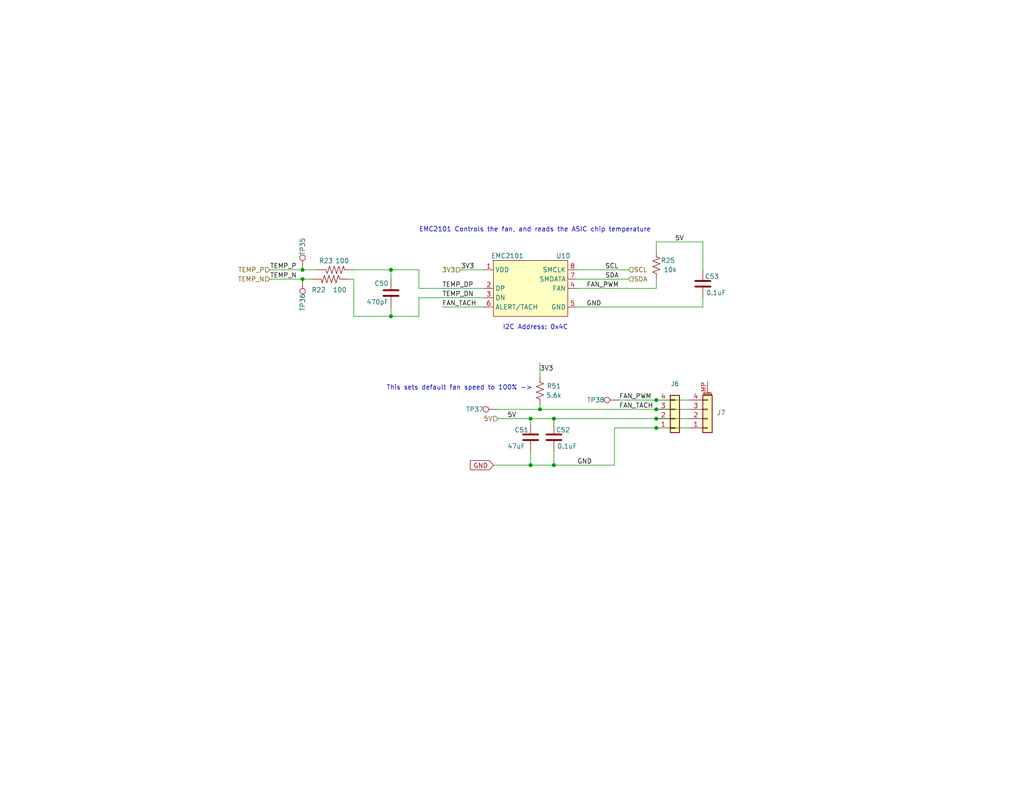
<source format=kicad_sch>
(kicad_sch (version 20250114) (generator "eeschema") (generator_version "9.0")
  (paper "A")
  (title_block (title "bitaxeGamma") (date "2024-09-26") (rev "601"))
  (lib_symbols
    (symbol "Connector:TestPoint" (pin_numbers (hide yes)) (pin_names (offset 0.762) (hide yes))
      (property "Reference" "TP" (at 0 6.858 0))
      (property "Value" "TestPoint" (at 0 5.08 0))
      (symbol "TestPoint_0_1"
        (circle (center 0 3.302) (radius 0.762))
      )
      (symbol "TestPoint_1_1"
        (pin passive line (at 0 0 90) (length 2.54) (name "1") (number "1"))
      )
    )
    (symbol "Connector_Generic:Conn_01x04" (pin_names (offset 1.016) (hide yes))
      (property "Reference" "J" (at 0 5.08 0))
      (property "Value" "Conn_01x04" (at 0 -7.62 0))
      (symbol "Conn_01x04_1_1"
        (rectangle (start -1.27 3.81) (end 1.27 -6.35) (stroke (width 0.254)) (fill (type background)))
        (rectangle (start -1.27 2.667) (end 0 2.413) (stroke (width 0.1524)))
        (rectangle (start -1.27 0.127) (end 0 -0.127) (stroke (width 0.1524)))
        (rectangle (start -1.27 -2.413) (end 0 -2.667) (stroke (width 0.1524)))
        (rectangle (start -1.27 -4.953) (end 0 -5.207) (stroke (width 0.1524)))
        (pin passive line (at -5.08 2.54 0) (length 3.81) (name "Pin_1") (number "1"))
        (pin passive line (at -5.08 0 0) (length 3.81) (name "Pin_2") (number "2"))
        (pin passive line (at -5.08 -2.54 0) (length 3.81) (name "Pin_3") (number "3"))
        (pin passive line (at -5.08 -5.08 0) (length 3.81) (name "Pin_4") (number "4"))
      )
    )
    (symbol "Connector_Generic_MountingPin:Conn_01x04_MountingPin" (pin_names (offset 1.016) (hide yes))
      (property "Reference" "J" (at 0 5.08 0))
      (property "Value" "Conn_01x04_MountingPin" (at 1.27 -7.62 0))
      (symbol "Conn_01x04_MountingPin_1_1"
        (rectangle (start -1.27 3.81) (end 1.27 -6.35) (stroke (width 0.254)) (fill (type background)))
        (rectangle (start -1.27 2.667) (end 0 2.413) (stroke (width 0.1524)))
        (rectangle (start -1.27 0.127) (end 0 -0.127) (stroke (width 0.1524)))
        (rectangle (start -1.27 -2.413) (end 0 -2.667) (stroke (width 0.1524)))
        (rectangle (start -1.27 -4.953) (end 0 -5.207) (stroke (width 0.1524)))
        (polyline (pts (xy -1.016 -7.112) (xy 1.016 -7.112)) (stroke (width 0.1524)))
        (text "Mounting" (at 0 -6.731 0) (effects (font (size 0.381 0.381))))
        (pin passive line (at -5.08 2.54 0) (length 3.81) (name "Pin_1") (number "1"))
        (pin passive line (at -5.08 0 0) (length 3.81) (name "Pin_2") (number "2"))
        (pin passive line (at -5.08 -2.54 0) (length 3.81) (name "Pin_3") (number "3"))
        (pin passive line (at -5.08 -5.08 0) (length 3.81) (name "Pin_4") (number "4"))
        (pin passive line (at 0 -10.16 90) (length 3.048) (name "MountPin") (number "MP"))
      )
    )
    (symbol "DayMiner-eagle-import:RESISTOR0402-RES"
      (property "Reference" "R" (at -3.81 1.4986 0))
      (property "Value" "RESISTOR0402-RES" (at -3.81 -3.302 0))
      (symbol "RESISTOR0402-RES_1_0"
        (polyline (pts (xy -2.54 0) (xy -2.159 1.016)) (stroke (width 0.1524)))
        (polyline (pts (xy -2.159 1.016) (xy -1.524 -1.016)) (stroke (width 0.1524)))
        (polyline (pts (xy -1.524 -1.016) (xy -0.889 1.016)) (stroke (width 0.1524)))
        (polyline (pts (xy -0.889 1.016) (xy -0.254 -1.016)) (stroke (width 0.1524)))
        (polyline (pts (xy -0.254 -1.016) (xy 0.381 1.016)) (stroke (width 0.1524)))
        (polyline (pts (xy 0.381 1.016) (xy 1.016 -1.016)) (stroke (width 0.1524)))
        (polyline (pts (xy 1.016 -1.016) (xy 1.651 1.016)) (stroke (width 0.1524)))
        (polyline (pts (xy 1.651 1.016) (xy 2.286 -1.016)) (stroke (width 0.1524)))
        (polyline (pts (xy 2.286 -1.016) (xy 2.54 0)) (stroke (width 0.1524)))
        (pin passive line (at -5.08 0 0) (length 2.54) (name "1") (number "1"))
        (pin passive line (at 5.08 0 180) (length 2.54) (name "2") (number "2"))
      )
    )
    (symbol "Device:C" (pin_numbers (hide yes)) (pin_names (offset 0.254))
      (property "Reference" "C" (at 0.635 2.54 0))
      (property "Value" "C" (at 0.635 -2.54 0))
      (symbol "C_0_1"
        (polyline (pts (xy -2.032 0.762) (xy 2.032 0.762)) (stroke (width 0.508)))
        (polyline (pts (xy -2.032 -0.762) (xy 2.032 -0.762)) (stroke (width 0.508)))
      )
      (symbol "C_1_1"
        (pin passive line (at 0 3.81 270) (length 2.794) (name "~") (number "1"))
        (pin passive line (at 0 -3.81 90) (length 2.794) (name "~") (number "2"))
      )
    )
    (symbol "Device:R_US" (pin_numbers (hide yes)) (pin_names (offset 0))
      (property "Reference" "R" (at 2.54 0 90))
      (property "Value" "R_US" (at -2.54 0 90))
      (symbol "R_US_0_1"
        (polyline (pts (xy 0 2.286) (xy 0 2.54)))
        (polyline (pts (xy 0 2.286) (xy 1.016 1.905) (xy 0 1.524) (xy -1.016 1.143) (xy 0 0.762)))
        (polyline (pts (xy 0 0.762) (xy 1.016 0.381) (xy 0 0) (xy -1.016 -0.381) (xy 0 -0.762)))
        (polyline (pts (xy 0 -0.762) (xy 1.016 -1.143) (xy 0 -1.524) (xy -1.016 -1.905) (xy 0 -2.286)))
        (polyline (pts (xy 0 -2.286) (xy 0 -2.54)))
      )
      (symbol "R_US_1_1"
        (pin passive line (at 0 3.81 270) (length 1.27) (name "~") (number "1"))
        (pin passive line (at 0 -3.81 90) (length 1.27) (name "~") (number "2"))
      )
    )
    (symbol "bitaxe:EMC2101"
      (property "Reference" "U7" (at 8.89 8.89 0))
      (property "Value" "EMC2101" (at -6.35 8.89 0))
      (symbol "EMC2101_0_1"
        (rectangle (start -10.16 7.62) (end 10.16 -7.62) (stroke (width 0.1524)) (fill (type background)))
      )
      (symbol "EMC2101_1_1"
        (pin power_in line (at -12.7 5.08 0) (length 2.54) (name "VDD") (number "1"))
        (pin input line (at -12.7 0 0) (length 2.54) (name "DP") (number "2"))
        (pin input line (at -12.7 -2.54 0) (length 2.54) (name "DN") (number "3"))
        (pin input line (at -12.7 -5.08 0) (length 2.54) (name "ALERT/TACH") (number "6"))
        (pin input line (at 12.7 5.08 180) (length 2.54) (name "SMCLK") (number "8"))
        (pin input line (at 12.7 2.54 180) (length 2.54) (name "SMDATA") (number "7"))
        (pin output line (at 12.7 0 180) (length 2.54) (name "FAN") (number "4"))
        (pin power_in line (at 12.7 -5.08 180) (length 2.54) (name "GND") (number "5"))
      )
    )
  )
  (text "EMC2101 Controls the fan, and reads the ASIC chip temperature" (at 114.3 63.5 0) (effects (font (size 1.27 1.27)) (justify left bottom)))
  (text "This sets default fan speed to 100% ->" (at 105.41 106.68 0) (effects (font (size 1.27 1.27)) (justify left bottom)))
  (text "I2C Address: 0x4C" (at 137.16 90.17 0) (effects (font (size 1.27 1.27)) (justify left bottom)))
  (junction (at 82.55 73.66))
  (junction (at 179.07 114.3))
  (junction (at 82.55 76.2))
  (junction (at 151.13 114.3))
  (junction (at 179.07 111.76))
  (junction (at 106.68 86.36))
  (junction (at 147.32 111.76))
  (junction (at 179.07 109.22))
  (junction (at 144.78 114.3))
  (junction (at 179.07 116.84))
  (junction (at 106.68 73.66))
  (junction (at 144.78 127))
  (junction (at 151.13 127))
  (wire (pts (xy 157.48 73.66) (xy 171.45 73.66)))
  (wire (pts (xy 144.78 123.19) (xy 144.78 127)))
  (wire (pts (xy 132.08 78.74) (xy 114.3 78.74)))
  (wire (pts (xy 179.07 111.76) (xy 187.96 111.76)))
  (wire (pts (xy 151.13 127) (xy 167.64 127)))
  (wire (pts (xy 135.89 111.76) (xy 147.32 111.76)))
  (wire (pts (xy 144.78 127) (xy 151.13 127)))
  (wire (pts (xy 179.07 116.84) (xy 187.96 116.84)))
  (wire (pts (xy 179.07 66.04) (xy 191.77 66.04)))
  (wire (pts (xy 167.64 116.84) (xy 167.64 127)))
  (wire (pts (xy 168.91 109.22) (xy 179.07 109.22)))
  (wire (pts (xy 120.65 83.82) (xy 132.08 83.82)))
  (wire (pts (xy 147.32 111.76) (xy 179.07 111.76)))
  (wire (pts (xy 157.48 76.2) (xy 171.45 76.2)))
  (wire (pts (xy 144.78 114.3) (xy 151.13 114.3)))
  (wire (pts (xy 114.3 81.28) (xy 114.3 86.36)))
  (wire (pts (xy 125.73 73.66) (xy 132.08 73.66)))
  (wire (pts (xy 191.77 81.28) (xy 191.77 83.82)))
  (wire (pts (xy 82.55 73.66) (xy 86.36 73.66)))
  (wire (pts (xy 191.77 66.04) (xy 191.77 73.66)))
  (wire (pts (xy 96.52 86.36) (xy 106.68 86.36)))
  (wire (pts (xy 179.07 66.04) (xy 179.07 68.58)))
  (wire (pts (xy 96.52 76.2) (xy 96.52 86.36)))
  (wire (pts (xy 151.13 114.3) (xy 179.07 114.3)))
  (wire (pts (xy 114.3 73.66) (xy 106.68 73.66)))
  (wire (pts (xy 151.13 114.3) (xy 151.13 115.57)))
  (wire (pts (xy 114.3 86.36) (xy 106.68 86.36)))
  (wire (pts (xy 179.07 78.74) (xy 179.07 76.2)))
  (wire (pts (xy 167.64 116.84) (xy 179.07 116.84)))
  (wire (pts (xy 96.52 76.2) (xy 95.25 76.2)))
  (wire (pts (xy 179.07 114.3) (xy 187.96 114.3)))
  (wire (pts (xy 157.48 83.82) (xy 191.77 83.82)))
  (wire (pts (xy 82.55 76.2) (xy 85.09 76.2)))
  (wire (pts (xy 147.32 110.49) (xy 147.32 111.76)))
  (wire (pts (xy 132.08 81.28) (xy 114.3 81.28)))
  (wire (pts (xy 106.68 73.66) (xy 106.68 76.2)))
  (wire (pts (xy 157.48 78.74) (xy 179.07 78.74)))
  (wire (pts (xy 135.89 114.3) (xy 144.78 114.3)))
  (wire (pts (xy 134.62 127) (xy 144.78 127)))
  (wire (pts (xy 179.07 109.22) (xy 187.96 109.22)))
  (wire (pts (xy 144.78 114.3) (xy 144.78 115.57)))
  (wire (pts (xy 114.3 78.74) (xy 114.3 73.66)))
  (wire (pts (xy 106.68 83.82) (xy 106.68 86.36)))
  (wire (pts (xy 73.66 76.2) (xy 82.55 76.2)))
  (wire (pts (xy 147.32 99.06) (xy 147.32 102.87)))
  (wire (pts (xy 106.68 73.66) (xy 96.52 73.66)))
  (wire (pts (xy 151.13 123.19) (xy 151.13 127)))
  (wire (pts (xy 73.66 73.66) (xy 82.55 73.66)))
  (label "5V" (at 184.15 66.04 0))
  (label "FAN_PWM" (at 160.02 78.74 0))
  (label "TEMP_DN" (at 120.65 81.28 0))
  (label "GND" (at 160.02 83.82 0))
  (label "TEMP_P" (at 73.66 73.66 0))
  (label "SCL" (at 165.1 73.66 0))
  (label "3V3" (at 147.32 101.6 0))
  (label "FAN_TACH" (at 120.65 83.82 0))
  (label "GND" (at 157.48 127 0))
  (label "FAN_PWM" (at 168.91 109.22 0))
  (label "3V3" (at 125.73 73.66 0))
  (label "5V" (at 138.43 114.3 0))
  (label "SDA" (at 165.1 76.2 0))
  (label "TEMP_DP" (at 120.65 78.74 0))
  (label "TEMP_N" (at 73.66 76.2 0))
  (label "FAN_TACH" (at 168.91 111.76 0))
  (global_label "GND" (shape input) (at 134.62 127 180) (property "Intersheetrefs" "${INTERSHEET_REFS}" (effects (hide yes))))
  (hierarchical_label "5V" (shape input) (at 135.89 114.3 180))
  (hierarchical_label "TEMP_P" (shape input) (at 73.66 73.66 180))
  (hierarchical_label "TEMP_N" (shape input) (at 73.66 76.2 180))
  (hierarchical_label "SCL" (shape input) (at 171.45 73.66 0))
  (hierarchical_label "3V3" (shape input) (at 125.73 73.66 180))
  (hierarchical_label "SDA" (shape input) (at 171.45 76.2 0))
  (symbol (lib_id "Connector:TestPoint") (at 168.91 109.22 90) (mirror x) (unit 1) (in_bom no)
    (property "Reference" "TP38" (at 162.56 109.22 90))
    (property "Value" "TestPoint" (effects (hide yes)))
    (property "Footprint" "TestPoint:TestPoint_Pad_D1.5mm" (effects (hide yes)))
  )
  (symbol (lib_id "Device:R_US") (at 147.32 106.68 180) (unit 1)
    (property "Reference" "R51" (at 151.13 105.41 0))
    (property "Value" "5.6k" (at 151.13 107.95 0))
    (property "Footprint" "Resistor_SMD:R_0402_1005Metric" (effects (hide yes)))
    (property "DK" "13-RC0402FR-135K6LCT-ND" (effects (hide yes)))
    (property "PARTNO" "RC0402FR-135K6L" (effects (hide yes)))
  )
  (symbol (lib_id "Device:C") (at 191.77 77.47 0) (mirror y) (unit 1)
    (property "Reference" "C53" (at 196.215 76.2 0) (effects (justify left bottom)))
    (property "Value" "0.1uF" (at 198.12 80.645 0) (effects (justify left bottom)))
    (property "Footprint" "Capacitor_SMD:C_0402_1005Metric" (effects (hide yes)))
    (property "DK" "1276-1234-1-ND" (effects (hide yes)))
    (property "PARTNO" "CL05A104KO5NNNC" (effects (hide yes)))
  )
  (symbol (lib_id "Device:C") (at 151.13 119.38 0) (mirror y) (unit 1)
    (property "Reference" "C52" (at 155.575 118.11 0) (effects (justify left bottom)))
    (property "Value" "0.1uF" (at 157.48 122.555 0) (effects (justify left bottom)))
    (property "Footprint" "Capacitor_SMD:C_0402_1005Metric" (effects (hide yes)))
    (property "DK" "1276-1234-1-ND" (effects (hide yes)))
    (property "PARTNO" "CL05A104KO5NNNC" (effects (hide yes)))
  )
  (symbol (lib_id "DayMiner-eagle-import:RESISTOR0402-RES") (at 90.17 76.2 0) (mirror y) (unit 1)
    (property "Reference" "R22" (at 88.9 79.88 0) (effects (justify left bottom)))
    (property "Value" "100" (at 94.615 79.88 0) (effects (justify left bottom)))
    (property "Footprint" "Resistor_SMD:R_0402_1005Metric" (effects (hide yes)))
    (property "DK" "311-100LRCT-ND" (effects (hide yes)))
    (property "PARTNO" "RC0402FR-07100RL" (effects (hide yes)))
  )
  (symbol (lib_id "Device:C") (at 106.68 80.01 0) (mirror y) (unit 1)
    (property "Reference" "C50" (at 106.045 78.105 0) (effects (justify left bottom)))
    (property "Value" "470pF" (at 106.045 83.185 0) (effects (justify left bottom)))
    (property "Footprint" "Capacitor_SMD:C_0402_1005Metric" (effects (hide yes)))
    (property "DK" "1276-1566-1-ND" (effects (hide yes)))
    (property "PARTNO" "CL05B471KB5NNNC" (effects (hide yes)))
  )
  (symbol (lib_id "Device:C") (at 144.78 119.38 0) (unit 1)
    (property "Reference" "C51" (at 140.335 118.11 0) (effects (justify left bottom)))
    (property "Value" "47uF" (at 138.43 122.555 0) (effects (justify left bottom)))
    (property "Footprint" "Capacitor_SMD:C_1210_3225Metric" (effects (hide yes)))
    (property "DK" "1276-3376-1-ND" (effects (hide yes)))
    (property "PARTNO" "CL32A476KOJNNNE" (effects (hide yes)))
  )
  (symbol (lib_id "Connector_Generic_MountingPin:Conn_01x04_MountingPin") (at 193.04 114.3 0) (mirror x) (unit 1)
    (property "Reference" "J7" (at 195.58 112.6743 0) (effects (justify left)))
    (property "Value" "Conn_01x04" (effects (hide yes)))
    (property "Footprint" "Connector_JST:JST_SH_BM04B-SRSS-TB_1x04-1MP_P1.00mm_Vertical" (effects (hide yes)))
    (property "Description" "Generic connectable mounting pin connector, single row, 01x04, script generated (kicad-library-utils/schlib/autogen/connector/)" (effects (hide yes)))
  )
  (symbol (lib_id "Connector:TestPoint") (at 82.55 73.66 0) (unit 1) (in_bom no)
    (property "Reference" "TP35" (at 82.55 67.31 90))
    (property "Value" "TestPoint" (effects (hide yes)))
    (property "Footprint" "TestPoint:TestPoint_Pad_D1.5mm" (effects (hide yes)))
  )
  (symbol (lib_id "Connector_Generic:Conn_01x04") (at 184.15 114.3 0) (mirror x) (unit 1)
    (property "Reference" "J6" (at 184.15 104.775 0))
    (property "Value" "Conn_01x04" (effects (hide yes)))
    (property "Footprint" "bitaxe:470531000" (effects (hide yes)))
    (property "PARTNO" "0470531000" (effects (hide yes)))
    (property "DK" "WM4330-ND" (effects (hide yes)))
  )
  (symbol (lib_id "Connector:TestPoint") (at 82.55 76.2 180) (unit 1) (in_bom no)
    (property "Reference" "TP36" (at 82.55 82.55 90))
    (property "Value" "TestPoint" (effects (hide yes)))
    (property "Footprint" "TestPoint:TestPoint_Pad_D1.5mm" (effects (hide yes)))
  )
  (symbol (lib_id "DayMiner-eagle-import:RESISTOR0402-RES") (at 91.44 73.66 0) (mirror x) (unit 1)
    (property "Reference" "R23" (at 86.995 70.485 0) (effects (justify left bottom)))
    (property "Value" "100" (at 91.44 70.485 0) (effects (justify left bottom)))
    (property "Footprint" "Resistor_SMD:R_0402_1005Metric" (effects (hide yes)))
    (property "DK" "311-100LRCT-ND" (effects (hide yes)))
    (property "PARTNO" "RC0402FR-07100RL" (effects (hide yes)))
  )
  (symbol (lib_id "Connector:TestPoint") (at 135.89 111.76 90) (mirror x) (unit 1) (in_bom no)
    (property "Reference" "TP37" (at 129.54 111.76 90))
    (property "Value" "TestPoint" (effects (hide yes)))
    (property "Footprint" "TestPoint:TestPoint_Pad_D1.5mm" (effects (hide yes)))
  )
  (symbol (lib_id "Device:R_US") (at 179.07 72.39 180) (unit 1)
    (property "Reference" "R25" (at 182.245 71.12 0))
    (property "Value" "10k" (at 182.88 73.66 0))
    (property "Footprint" "Resistor_SMD:R_0402_1005Metric" (effects (hide yes)))
    (property "DK" "311-10KJRCT-ND" (effects (hide yes)))
    (property "PARTNO" "RC0402JR-0710KL" (effects (hide yes)))
  )
  (symbol (lib_id "bitaxe:EMC2101") (at 144.78 78.74 0) (unit 1)
    (property "Reference" "U10" (at 153.67 69.85 0))
    (property "Value" "EMC2101" (at 138.43 69.85 0))
    (property "Footprint" "Package_SO:TSSOP-8_3x3mm_P0.65mm" (effects (hide yes)))
    (property "Datasheet" "https://ww1.microchip.com/downloads/en/DeviceDoc/2101.pdf" (effects (hide yes)))
    (property "DK" "EMC2101-R-ACZL-CT-ND" (effects (hide yes)))
    (property "PARTNO" "EMC2101-R-ACZL-TR" (effects (hide yes)))
  )
)
</source>
